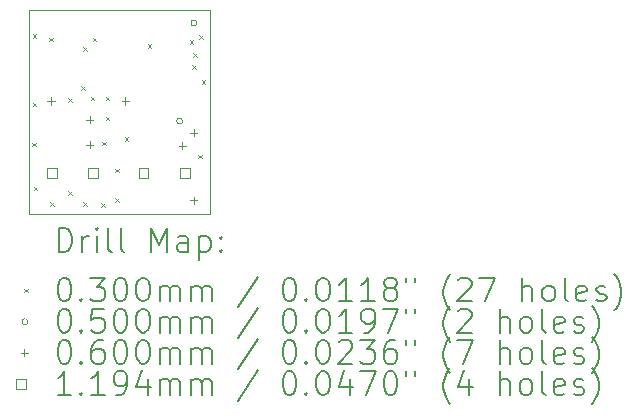
<source format=gbr>
%TF.GenerationSoftware,KiCad,Pcbnew,7.0.5-0*%
%TF.CreationDate,2023-12-12T08:18:19-05:00*%
%TF.ProjectId,12v5VBuck,31327635-5642-4756-936b-2e6b69636164,rev?*%
%TF.SameCoordinates,Original*%
%TF.FileFunction,Drillmap*%
%TF.FilePolarity,Positive*%
%FSLAX45Y45*%
G04 Gerber Fmt 4.5, Leading zero omitted, Abs format (unit mm)*
G04 Created by KiCad (PCBNEW 7.0.5-0) date 2023-12-12 08:18:19*
%MOMM*%
%LPD*%
G01*
G04 APERTURE LIST*
%ADD10C,0.100000*%
%ADD11C,0.200000*%
%ADD12C,0.030000*%
%ADD13C,0.050000*%
%ADD14C,0.060000*%
%ADD15C,0.119380*%
G04 APERTURE END LIST*
D10*
X5500000Y-1700000D02*
X7040000Y-1700000D01*
X7040000Y-3430000D01*
X5500000Y-3430000D01*
X5500000Y-1700000D01*
D11*
D12*
X5531285Y-2824782D02*
X5561285Y-2854782D01*
X5561285Y-2824782D02*
X5531285Y-2854782D01*
X5535000Y-1905000D02*
X5565000Y-1935000D01*
X5565000Y-1905000D02*
X5535000Y-1935000D01*
X5535000Y-2485000D02*
X5565000Y-2515000D01*
X5565000Y-2485000D02*
X5535000Y-2515000D01*
X5545000Y-3195000D02*
X5575000Y-3225000D01*
X5575000Y-3195000D02*
X5545000Y-3225000D01*
X5675000Y-1935000D02*
X5705000Y-1965000D01*
X5705000Y-1935000D02*
X5675000Y-1965000D01*
X5685000Y-3325000D02*
X5715000Y-3355000D01*
X5715000Y-3325000D02*
X5685000Y-3355000D01*
X5835000Y-2445000D02*
X5865000Y-2475000D01*
X5865000Y-2445000D02*
X5835000Y-2475000D01*
X5835000Y-3235000D02*
X5865000Y-3265000D01*
X5865000Y-3235000D02*
X5835000Y-3265000D01*
X5945000Y-2345000D02*
X5975000Y-2375000D01*
X5975000Y-2345000D02*
X5945000Y-2375000D01*
X5965000Y-2015000D02*
X5995000Y-2045000D01*
X5995000Y-2015000D02*
X5965000Y-2045000D01*
X5965000Y-3325000D02*
X5995000Y-3355000D01*
X5995000Y-3325000D02*
X5965000Y-3355000D01*
X6025000Y-2435000D02*
X6055000Y-2465000D01*
X6055000Y-2435000D02*
X6025000Y-2465000D01*
X6045000Y-1935000D02*
X6075000Y-1965000D01*
X6075000Y-1935000D02*
X6045000Y-1965000D01*
X6115000Y-3335000D02*
X6145000Y-3365000D01*
X6145000Y-3335000D02*
X6115000Y-3365000D01*
X6125000Y-2815000D02*
X6155000Y-2845000D01*
X6155000Y-2815000D02*
X6125000Y-2845000D01*
X6155000Y-2435000D02*
X6185000Y-2465000D01*
X6185000Y-2435000D02*
X6155000Y-2465000D01*
X6155000Y-2605000D02*
X6185000Y-2635000D01*
X6185000Y-2605000D02*
X6155000Y-2635000D01*
X6235000Y-3045000D02*
X6265000Y-3075000D01*
X6265000Y-3045000D02*
X6235000Y-3075000D01*
X6235000Y-3295000D02*
X6265000Y-3325000D01*
X6265000Y-3295000D02*
X6235000Y-3325000D01*
X6315000Y-2775000D02*
X6345000Y-2805000D01*
X6345000Y-2775000D02*
X6315000Y-2805000D01*
X6509000Y-1989000D02*
X6539000Y-2019000D01*
X6539000Y-1989000D02*
X6509000Y-2019000D01*
X6865000Y-1955000D02*
X6895000Y-1985000D01*
X6895000Y-1955000D02*
X6865000Y-1985000D01*
X6885000Y-2165000D02*
X6915000Y-2195000D01*
X6915000Y-2165000D02*
X6885000Y-2195000D01*
X6895000Y-2065000D02*
X6925000Y-2095000D01*
X6925000Y-2065000D02*
X6895000Y-2095000D01*
X6935000Y-2925000D02*
X6965000Y-2955000D01*
X6965000Y-2925000D02*
X6935000Y-2955000D01*
X6945000Y-1915000D02*
X6975000Y-1945000D01*
X6975000Y-1915000D02*
X6945000Y-1945000D01*
X6966031Y-2296031D02*
X6996031Y-2326031D01*
X6996031Y-2296031D02*
X6966031Y-2326031D01*
D13*
X6805000Y-2640000D02*
G75*
G03*
X6805000Y-2640000I-25000J0D01*
G01*
X6925000Y-1810000D02*
G75*
G03*
X6925000Y-1810000I-25000J0D01*
G01*
D14*
X5690000Y-2440000D02*
X5690000Y-2500000D01*
X5660000Y-2470000D02*
X5720000Y-2470000D01*
X6020000Y-2600000D02*
X6020000Y-2660000D01*
X5990000Y-2630000D02*
X6050000Y-2630000D01*
X6020000Y-2810000D02*
X6020000Y-2870000D01*
X5990000Y-2840000D02*
X6050000Y-2840000D01*
X6320000Y-2440000D02*
X6320000Y-2500000D01*
X6290000Y-2470000D02*
X6350000Y-2470000D01*
X6800000Y-2820000D02*
X6800000Y-2880000D01*
X6770000Y-2850000D02*
X6830000Y-2850000D01*
X6900000Y-2710000D02*
X6900000Y-2770000D01*
X6870000Y-2740000D02*
X6930000Y-2740000D01*
X6900000Y-3280000D02*
X6900000Y-3340000D01*
X6870000Y-3310000D02*
X6930000Y-3310000D01*
D15*
X5739707Y-3119708D02*
X5739707Y-3035292D01*
X5655292Y-3035292D01*
X5655292Y-3119708D01*
X5739707Y-3119708D01*
X6089708Y-3119708D02*
X6089708Y-3035292D01*
X6005292Y-3035292D01*
X6005292Y-3119708D01*
X6089708Y-3119708D01*
X6515707Y-3118708D02*
X6515707Y-3034292D01*
X6431292Y-3034292D01*
X6431292Y-3118708D01*
X6515707Y-3118708D01*
X6865708Y-3118708D02*
X6865708Y-3034292D01*
X6781292Y-3034292D01*
X6781292Y-3118708D01*
X6865708Y-3118708D01*
D11*
X5755777Y-3746484D02*
X5755777Y-3546484D01*
X5755777Y-3546484D02*
X5803396Y-3546484D01*
X5803396Y-3546484D02*
X5831967Y-3556008D01*
X5831967Y-3556008D02*
X5851015Y-3575055D01*
X5851015Y-3575055D02*
X5860539Y-3594103D01*
X5860539Y-3594103D02*
X5870062Y-3632198D01*
X5870062Y-3632198D02*
X5870062Y-3660769D01*
X5870062Y-3660769D02*
X5860539Y-3698865D01*
X5860539Y-3698865D02*
X5851015Y-3717912D01*
X5851015Y-3717912D02*
X5831967Y-3736960D01*
X5831967Y-3736960D02*
X5803396Y-3746484D01*
X5803396Y-3746484D02*
X5755777Y-3746484D01*
X5955777Y-3746484D02*
X5955777Y-3613150D01*
X5955777Y-3651246D02*
X5965301Y-3632198D01*
X5965301Y-3632198D02*
X5974824Y-3622674D01*
X5974824Y-3622674D02*
X5993872Y-3613150D01*
X5993872Y-3613150D02*
X6012920Y-3613150D01*
X6079586Y-3746484D02*
X6079586Y-3613150D01*
X6079586Y-3546484D02*
X6070062Y-3556008D01*
X6070062Y-3556008D02*
X6079586Y-3565531D01*
X6079586Y-3565531D02*
X6089110Y-3556008D01*
X6089110Y-3556008D02*
X6079586Y-3546484D01*
X6079586Y-3546484D02*
X6079586Y-3565531D01*
X6203396Y-3746484D02*
X6184348Y-3736960D01*
X6184348Y-3736960D02*
X6174824Y-3717912D01*
X6174824Y-3717912D02*
X6174824Y-3546484D01*
X6308158Y-3746484D02*
X6289110Y-3736960D01*
X6289110Y-3736960D02*
X6279586Y-3717912D01*
X6279586Y-3717912D02*
X6279586Y-3546484D01*
X6536729Y-3746484D02*
X6536729Y-3546484D01*
X6536729Y-3546484D02*
X6603396Y-3689341D01*
X6603396Y-3689341D02*
X6670062Y-3546484D01*
X6670062Y-3546484D02*
X6670062Y-3746484D01*
X6851015Y-3746484D02*
X6851015Y-3641722D01*
X6851015Y-3641722D02*
X6841491Y-3622674D01*
X6841491Y-3622674D02*
X6822443Y-3613150D01*
X6822443Y-3613150D02*
X6784348Y-3613150D01*
X6784348Y-3613150D02*
X6765301Y-3622674D01*
X6851015Y-3736960D02*
X6831967Y-3746484D01*
X6831967Y-3746484D02*
X6784348Y-3746484D01*
X6784348Y-3746484D02*
X6765301Y-3736960D01*
X6765301Y-3736960D02*
X6755777Y-3717912D01*
X6755777Y-3717912D02*
X6755777Y-3698865D01*
X6755777Y-3698865D02*
X6765301Y-3679817D01*
X6765301Y-3679817D02*
X6784348Y-3670293D01*
X6784348Y-3670293D02*
X6831967Y-3670293D01*
X6831967Y-3670293D02*
X6851015Y-3660769D01*
X6946253Y-3613150D02*
X6946253Y-3813150D01*
X6946253Y-3622674D02*
X6965301Y-3613150D01*
X6965301Y-3613150D02*
X7003396Y-3613150D01*
X7003396Y-3613150D02*
X7022443Y-3622674D01*
X7022443Y-3622674D02*
X7031967Y-3632198D01*
X7031967Y-3632198D02*
X7041491Y-3651246D01*
X7041491Y-3651246D02*
X7041491Y-3708388D01*
X7041491Y-3708388D02*
X7031967Y-3727436D01*
X7031967Y-3727436D02*
X7022443Y-3736960D01*
X7022443Y-3736960D02*
X7003396Y-3746484D01*
X7003396Y-3746484D02*
X6965301Y-3746484D01*
X6965301Y-3746484D02*
X6946253Y-3736960D01*
X7127205Y-3727436D02*
X7136729Y-3736960D01*
X7136729Y-3736960D02*
X7127205Y-3746484D01*
X7127205Y-3746484D02*
X7117682Y-3736960D01*
X7117682Y-3736960D02*
X7127205Y-3727436D01*
X7127205Y-3727436D02*
X7127205Y-3746484D01*
X7127205Y-3622674D02*
X7136729Y-3632198D01*
X7136729Y-3632198D02*
X7127205Y-3641722D01*
X7127205Y-3641722D02*
X7117682Y-3632198D01*
X7117682Y-3632198D02*
X7127205Y-3622674D01*
X7127205Y-3622674D02*
X7127205Y-3641722D01*
D12*
X5465000Y-4060000D02*
X5495000Y-4090000D01*
X5495000Y-4060000D02*
X5465000Y-4090000D01*
D11*
X5793872Y-3966484D02*
X5812920Y-3966484D01*
X5812920Y-3966484D02*
X5831967Y-3976008D01*
X5831967Y-3976008D02*
X5841491Y-3985531D01*
X5841491Y-3985531D02*
X5851015Y-4004579D01*
X5851015Y-4004579D02*
X5860539Y-4042674D01*
X5860539Y-4042674D02*
X5860539Y-4090293D01*
X5860539Y-4090293D02*
X5851015Y-4128388D01*
X5851015Y-4128388D02*
X5841491Y-4147436D01*
X5841491Y-4147436D02*
X5831967Y-4156960D01*
X5831967Y-4156960D02*
X5812920Y-4166484D01*
X5812920Y-4166484D02*
X5793872Y-4166484D01*
X5793872Y-4166484D02*
X5774824Y-4156960D01*
X5774824Y-4156960D02*
X5765301Y-4147436D01*
X5765301Y-4147436D02*
X5755777Y-4128388D01*
X5755777Y-4128388D02*
X5746253Y-4090293D01*
X5746253Y-4090293D02*
X5746253Y-4042674D01*
X5746253Y-4042674D02*
X5755777Y-4004579D01*
X5755777Y-4004579D02*
X5765301Y-3985531D01*
X5765301Y-3985531D02*
X5774824Y-3976008D01*
X5774824Y-3976008D02*
X5793872Y-3966484D01*
X5946253Y-4147436D02*
X5955777Y-4156960D01*
X5955777Y-4156960D02*
X5946253Y-4166484D01*
X5946253Y-4166484D02*
X5936729Y-4156960D01*
X5936729Y-4156960D02*
X5946253Y-4147436D01*
X5946253Y-4147436D02*
X5946253Y-4166484D01*
X6022443Y-3966484D02*
X6146253Y-3966484D01*
X6146253Y-3966484D02*
X6079586Y-4042674D01*
X6079586Y-4042674D02*
X6108158Y-4042674D01*
X6108158Y-4042674D02*
X6127205Y-4052198D01*
X6127205Y-4052198D02*
X6136729Y-4061722D01*
X6136729Y-4061722D02*
X6146253Y-4080769D01*
X6146253Y-4080769D02*
X6146253Y-4128388D01*
X6146253Y-4128388D02*
X6136729Y-4147436D01*
X6136729Y-4147436D02*
X6127205Y-4156960D01*
X6127205Y-4156960D02*
X6108158Y-4166484D01*
X6108158Y-4166484D02*
X6051015Y-4166484D01*
X6051015Y-4166484D02*
X6031967Y-4156960D01*
X6031967Y-4156960D02*
X6022443Y-4147436D01*
X6270062Y-3966484D02*
X6289110Y-3966484D01*
X6289110Y-3966484D02*
X6308158Y-3976008D01*
X6308158Y-3976008D02*
X6317682Y-3985531D01*
X6317682Y-3985531D02*
X6327205Y-4004579D01*
X6327205Y-4004579D02*
X6336729Y-4042674D01*
X6336729Y-4042674D02*
X6336729Y-4090293D01*
X6336729Y-4090293D02*
X6327205Y-4128388D01*
X6327205Y-4128388D02*
X6317682Y-4147436D01*
X6317682Y-4147436D02*
X6308158Y-4156960D01*
X6308158Y-4156960D02*
X6289110Y-4166484D01*
X6289110Y-4166484D02*
X6270062Y-4166484D01*
X6270062Y-4166484D02*
X6251015Y-4156960D01*
X6251015Y-4156960D02*
X6241491Y-4147436D01*
X6241491Y-4147436D02*
X6231967Y-4128388D01*
X6231967Y-4128388D02*
X6222443Y-4090293D01*
X6222443Y-4090293D02*
X6222443Y-4042674D01*
X6222443Y-4042674D02*
X6231967Y-4004579D01*
X6231967Y-4004579D02*
X6241491Y-3985531D01*
X6241491Y-3985531D02*
X6251015Y-3976008D01*
X6251015Y-3976008D02*
X6270062Y-3966484D01*
X6460539Y-3966484D02*
X6479586Y-3966484D01*
X6479586Y-3966484D02*
X6498634Y-3976008D01*
X6498634Y-3976008D02*
X6508158Y-3985531D01*
X6508158Y-3985531D02*
X6517682Y-4004579D01*
X6517682Y-4004579D02*
X6527205Y-4042674D01*
X6527205Y-4042674D02*
X6527205Y-4090293D01*
X6527205Y-4090293D02*
X6517682Y-4128388D01*
X6517682Y-4128388D02*
X6508158Y-4147436D01*
X6508158Y-4147436D02*
X6498634Y-4156960D01*
X6498634Y-4156960D02*
X6479586Y-4166484D01*
X6479586Y-4166484D02*
X6460539Y-4166484D01*
X6460539Y-4166484D02*
X6441491Y-4156960D01*
X6441491Y-4156960D02*
X6431967Y-4147436D01*
X6431967Y-4147436D02*
X6422443Y-4128388D01*
X6422443Y-4128388D02*
X6412920Y-4090293D01*
X6412920Y-4090293D02*
X6412920Y-4042674D01*
X6412920Y-4042674D02*
X6422443Y-4004579D01*
X6422443Y-4004579D02*
X6431967Y-3985531D01*
X6431967Y-3985531D02*
X6441491Y-3976008D01*
X6441491Y-3976008D02*
X6460539Y-3966484D01*
X6612920Y-4166484D02*
X6612920Y-4033150D01*
X6612920Y-4052198D02*
X6622443Y-4042674D01*
X6622443Y-4042674D02*
X6641491Y-4033150D01*
X6641491Y-4033150D02*
X6670063Y-4033150D01*
X6670063Y-4033150D02*
X6689110Y-4042674D01*
X6689110Y-4042674D02*
X6698634Y-4061722D01*
X6698634Y-4061722D02*
X6698634Y-4166484D01*
X6698634Y-4061722D02*
X6708158Y-4042674D01*
X6708158Y-4042674D02*
X6727205Y-4033150D01*
X6727205Y-4033150D02*
X6755777Y-4033150D01*
X6755777Y-4033150D02*
X6774824Y-4042674D01*
X6774824Y-4042674D02*
X6784348Y-4061722D01*
X6784348Y-4061722D02*
X6784348Y-4166484D01*
X6879586Y-4166484D02*
X6879586Y-4033150D01*
X6879586Y-4052198D02*
X6889110Y-4042674D01*
X6889110Y-4042674D02*
X6908158Y-4033150D01*
X6908158Y-4033150D02*
X6936729Y-4033150D01*
X6936729Y-4033150D02*
X6955777Y-4042674D01*
X6955777Y-4042674D02*
X6965301Y-4061722D01*
X6965301Y-4061722D02*
X6965301Y-4166484D01*
X6965301Y-4061722D02*
X6974824Y-4042674D01*
X6974824Y-4042674D02*
X6993872Y-4033150D01*
X6993872Y-4033150D02*
X7022443Y-4033150D01*
X7022443Y-4033150D02*
X7041491Y-4042674D01*
X7041491Y-4042674D02*
X7051015Y-4061722D01*
X7051015Y-4061722D02*
X7051015Y-4166484D01*
X7441491Y-3956960D02*
X7270063Y-4214103D01*
X7698634Y-3966484D02*
X7717682Y-3966484D01*
X7717682Y-3966484D02*
X7736729Y-3976008D01*
X7736729Y-3976008D02*
X7746253Y-3985531D01*
X7746253Y-3985531D02*
X7755777Y-4004579D01*
X7755777Y-4004579D02*
X7765301Y-4042674D01*
X7765301Y-4042674D02*
X7765301Y-4090293D01*
X7765301Y-4090293D02*
X7755777Y-4128388D01*
X7755777Y-4128388D02*
X7746253Y-4147436D01*
X7746253Y-4147436D02*
X7736729Y-4156960D01*
X7736729Y-4156960D02*
X7717682Y-4166484D01*
X7717682Y-4166484D02*
X7698634Y-4166484D01*
X7698634Y-4166484D02*
X7679586Y-4156960D01*
X7679586Y-4156960D02*
X7670063Y-4147436D01*
X7670063Y-4147436D02*
X7660539Y-4128388D01*
X7660539Y-4128388D02*
X7651015Y-4090293D01*
X7651015Y-4090293D02*
X7651015Y-4042674D01*
X7651015Y-4042674D02*
X7660539Y-4004579D01*
X7660539Y-4004579D02*
X7670063Y-3985531D01*
X7670063Y-3985531D02*
X7679586Y-3976008D01*
X7679586Y-3976008D02*
X7698634Y-3966484D01*
X7851015Y-4147436D02*
X7860539Y-4156960D01*
X7860539Y-4156960D02*
X7851015Y-4166484D01*
X7851015Y-4166484D02*
X7841491Y-4156960D01*
X7841491Y-4156960D02*
X7851015Y-4147436D01*
X7851015Y-4147436D02*
X7851015Y-4166484D01*
X7984348Y-3966484D02*
X8003396Y-3966484D01*
X8003396Y-3966484D02*
X8022444Y-3976008D01*
X8022444Y-3976008D02*
X8031967Y-3985531D01*
X8031967Y-3985531D02*
X8041491Y-4004579D01*
X8041491Y-4004579D02*
X8051015Y-4042674D01*
X8051015Y-4042674D02*
X8051015Y-4090293D01*
X8051015Y-4090293D02*
X8041491Y-4128388D01*
X8041491Y-4128388D02*
X8031967Y-4147436D01*
X8031967Y-4147436D02*
X8022444Y-4156960D01*
X8022444Y-4156960D02*
X8003396Y-4166484D01*
X8003396Y-4166484D02*
X7984348Y-4166484D01*
X7984348Y-4166484D02*
X7965301Y-4156960D01*
X7965301Y-4156960D02*
X7955777Y-4147436D01*
X7955777Y-4147436D02*
X7946253Y-4128388D01*
X7946253Y-4128388D02*
X7936729Y-4090293D01*
X7936729Y-4090293D02*
X7936729Y-4042674D01*
X7936729Y-4042674D02*
X7946253Y-4004579D01*
X7946253Y-4004579D02*
X7955777Y-3985531D01*
X7955777Y-3985531D02*
X7965301Y-3976008D01*
X7965301Y-3976008D02*
X7984348Y-3966484D01*
X8241491Y-4166484D02*
X8127206Y-4166484D01*
X8184348Y-4166484D02*
X8184348Y-3966484D01*
X8184348Y-3966484D02*
X8165301Y-3995055D01*
X8165301Y-3995055D02*
X8146253Y-4014103D01*
X8146253Y-4014103D02*
X8127206Y-4023627D01*
X8431968Y-4166484D02*
X8317682Y-4166484D01*
X8374825Y-4166484D02*
X8374825Y-3966484D01*
X8374825Y-3966484D02*
X8355777Y-3995055D01*
X8355777Y-3995055D02*
X8336729Y-4014103D01*
X8336729Y-4014103D02*
X8317682Y-4023627D01*
X8546253Y-4052198D02*
X8527206Y-4042674D01*
X8527206Y-4042674D02*
X8517682Y-4033150D01*
X8517682Y-4033150D02*
X8508158Y-4014103D01*
X8508158Y-4014103D02*
X8508158Y-4004579D01*
X8508158Y-4004579D02*
X8517682Y-3985531D01*
X8517682Y-3985531D02*
X8527206Y-3976008D01*
X8527206Y-3976008D02*
X8546253Y-3966484D01*
X8546253Y-3966484D02*
X8584349Y-3966484D01*
X8584349Y-3966484D02*
X8603396Y-3976008D01*
X8603396Y-3976008D02*
X8612920Y-3985531D01*
X8612920Y-3985531D02*
X8622444Y-4004579D01*
X8622444Y-4004579D02*
X8622444Y-4014103D01*
X8622444Y-4014103D02*
X8612920Y-4033150D01*
X8612920Y-4033150D02*
X8603396Y-4042674D01*
X8603396Y-4042674D02*
X8584349Y-4052198D01*
X8584349Y-4052198D02*
X8546253Y-4052198D01*
X8546253Y-4052198D02*
X8527206Y-4061722D01*
X8527206Y-4061722D02*
X8517682Y-4071246D01*
X8517682Y-4071246D02*
X8508158Y-4090293D01*
X8508158Y-4090293D02*
X8508158Y-4128388D01*
X8508158Y-4128388D02*
X8517682Y-4147436D01*
X8517682Y-4147436D02*
X8527206Y-4156960D01*
X8527206Y-4156960D02*
X8546253Y-4166484D01*
X8546253Y-4166484D02*
X8584349Y-4166484D01*
X8584349Y-4166484D02*
X8603396Y-4156960D01*
X8603396Y-4156960D02*
X8612920Y-4147436D01*
X8612920Y-4147436D02*
X8622444Y-4128388D01*
X8622444Y-4128388D02*
X8622444Y-4090293D01*
X8622444Y-4090293D02*
X8612920Y-4071246D01*
X8612920Y-4071246D02*
X8603396Y-4061722D01*
X8603396Y-4061722D02*
X8584349Y-4052198D01*
X8698634Y-3966484D02*
X8698634Y-4004579D01*
X8774825Y-3966484D02*
X8774825Y-4004579D01*
X9070063Y-4242674D02*
X9060539Y-4233150D01*
X9060539Y-4233150D02*
X9041491Y-4204579D01*
X9041491Y-4204579D02*
X9031968Y-4185531D01*
X9031968Y-4185531D02*
X9022444Y-4156960D01*
X9022444Y-4156960D02*
X9012920Y-4109341D01*
X9012920Y-4109341D02*
X9012920Y-4071246D01*
X9012920Y-4071246D02*
X9022444Y-4023627D01*
X9022444Y-4023627D02*
X9031968Y-3995055D01*
X9031968Y-3995055D02*
X9041491Y-3976008D01*
X9041491Y-3976008D02*
X9060539Y-3947436D01*
X9060539Y-3947436D02*
X9070063Y-3937912D01*
X9136730Y-3985531D02*
X9146253Y-3976008D01*
X9146253Y-3976008D02*
X9165301Y-3966484D01*
X9165301Y-3966484D02*
X9212920Y-3966484D01*
X9212920Y-3966484D02*
X9231968Y-3976008D01*
X9231968Y-3976008D02*
X9241491Y-3985531D01*
X9241491Y-3985531D02*
X9251015Y-4004579D01*
X9251015Y-4004579D02*
X9251015Y-4023627D01*
X9251015Y-4023627D02*
X9241491Y-4052198D01*
X9241491Y-4052198D02*
X9127206Y-4166484D01*
X9127206Y-4166484D02*
X9251015Y-4166484D01*
X9317682Y-3966484D02*
X9451015Y-3966484D01*
X9451015Y-3966484D02*
X9365301Y-4166484D01*
X9679587Y-4166484D02*
X9679587Y-3966484D01*
X9765301Y-4166484D02*
X9765301Y-4061722D01*
X9765301Y-4061722D02*
X9755777Y-4042674D01*
X9755777Y-4042674D02*
X9736730Y-4033150D01*
X9736730Y-4033150D02*
X9708158Y-4033150D01*
X9708158Y-4033150D02*
X9689111Y-4042674D01*
X9689111Y-4042674D02*
X9679587Y-4052198D01*
X9889111Y-4166484D02*
X9870063Y-4156960D01*
X9870063Y-4156960D02*
X9860539Y-4147436D01*
X9860539Y-4147436D02*
X9851015Y-4128388D01*
X9851015Y-4128388D02*
X9851015Y-4071246D01*
X9851015Y-4071246D02*
X9860539Y-4052198D01*
X9860539Y-4052198D02*
X9870063Y-4042674D01*
X9870063Y-4042674D02*
X9889111Y-4033150D01*
X9889111Y-4033150D02*
X9917682Y-4033150D01*
X9917682Y-4033150D02*
X9936730Y-4042674D01*
X9936730Y-4042674D02*
X9946253Y-4052198D01*
X9946253Y-4052198D02*
X9955777Y-4071246D01*
X9955777Y-4071246D02*
X9955777Y-4128388D01*
X9955777Y-4128388D02*
X9946253Y-4147436D01*
X9946253Y-4147436D02*
X9936730Y-4156960D01*
X9936730Y-4156960D02*
X9917682Y-4166484D01*
X9917682Y-4166484D02*
X9889111Y-4166484D01*
X10070063Y-4166484D02*
X10051015Y-4156960D01*
X10051015Y-4156960D02*
X10041492Y-4137912D01*
X10041492Y-4137912D02*
X10041492Y-3966484D01*
X10222444Y-4156960D02*
X10203396Y-4166484D01*
X10203396Y-4166484D02*
X10165301Y-4166484D01*
X10165301Y-4166484D02*
X10146253Y-4156960D01*
X10146253Y-4156960D02*
X10136730Y-4137912D01*
X10136730Y-4137912D02*
X10136730Y-4061722D01*
X10136730Y-4061722D02*
X10146253Y-4042674D01*
X10146253Y-4042674D02*
X10165301Y-4033150D01*
X10165301Y-4033150D02*
X10203396Y-4033150D01*
X10203396Y-4033150D02*
X10222444Y-4042674D01*
X10222444Y-4042674D02*
X10231968Y-4061722D01*
X10231968Y-4061722D02*
X10231968Y-4080769D01*
X10231968Y-4080769D02*
X10136730Y-4099817D01*
X10308158Y-4156960D02*
X10327206Y-4166484D01*
X10327206Y-4166484D02*
X10365301Y-4166484D01*
X10365301Y-4166484D02*
X10384349Y-4156960D01*
X10384349Y-4156960D02*
X10393873Y-4137912D01*
X10393873Y-4137912D02*
X10393873Y-4128388D01*
X10393873Y-4128388D02*
X10384349Y-4109341D01*
X10384349Y-4109341D02*
X10365301Y-4099817D01*
X10365301Y-4099817D02*
X10336730Y-4099817D01*
X10336730Y-4099817D02*
X10317682Y-4090293D01*
X10317682Y-4090293D02*
X10308158Y-4071246D01*
X10308158Y-4071246D02*
X10308158Y-4061722D01*
X10308158Y-4061722D02*
X10317682Y-4042674D01*
X10317682Y-4042674D02*
X10336730Y-4033150D01*
X10336730Y-4033150D02*
X10365301Y-4033150D01*
X10365301Y-4033150D02*
X10384349Y-4042674D01*
X10460539Y-4242674D02*
X10470063Y-4233150D01*
X10470063Y-4233150D02*
X10489111Y-4204579D01*
X10489111Y-4204579D02*
X10498634Y-4185531D01*
X10498634Y-4185531D02*
X10508158Y-4156960D01*
X10508158Y-4156960D02*
X10517682Y-4109341D01*
X10517682Y-4109341D02*
X10517682Y-4071246D01*
X10517682Y-4071246D02*
X10508158Y-4023627D01*
X10508158Y-4023627D02*
X10498634Y-3995055D01*
X10498634Y-3995055D02*
X10489111Y-3976008D01*
X10489111Y-3976008D02*
X10470063Y-3947436D01*
X10470063Y-3947436D02*
X10460539Y-3937912D01*
D13*
X5495000Y-4339000D02*
G75*
G03*
X5495000Y-4339000I-25000J0D01*
G01*
D11*
X5793872Y-4230484D02*
X5812920Y-4230484D01*
X5812920Y-4230484D02*
X5831967Y-4240008D01*
X5831967Y-4240008D02*
X5841491Y-4249531D01*
X5841491Y-4249531D02*
X5851015Y-4268579D01*
X5851015Y-4268579D02*
X5860539Y-4306674D01*
X5860539Y-4306674D02*
X5860539Y-4354293D01*
X5860539Y-4354293D02*
X5851015Y-4392389D01*
X5851015Y-4392389D02*
X5841491Y-4411436D01*
X5841491Y-4411436D02*
X5831967Y-4420960D01*
X5831967Y-4420960D02*
X5812920Y-4430484D01*
X5812920Y-4430484D02*
X5793872Y-4430484D01*
X5793872Y-4430484D02*
X5774824Y-4420960D01*
X5774824Y-4420960D02*
X5765301Y-4411436D01*
X5765301Y-4411436D02*
X5755777Y-4392389D01*
X5755777Y-4392389D02*
X5746253Y-4354293D01*
X5746253Y-4354293D02*
X5746253Y-4306674D01*
X5746253Y-4306674D02*
X5755777Y-4268579D01*
X5755777Y-4268579D02*
X5765301Y-4249531D01*
X5765301Y-4249531D02*
X5774824Y-4240008D01*
X5774824Y-4240008D02*
X5793872Y-4230484D01*
X5946253Y-4411436D02*
X5955777Y-4420960D01*
X5955777Y-4420960D02*
X5946253Y-4430484D01*
X5946253Y-4430484D02*
X5936729Y-4420960D01*
X5936729Y-4420960D02*
X5946253Y-4411436D01*
X5946253Y-4411436D02*
X5946253Y-4430484D01*
X6136729Y-4230484D02*
X6041491Y-4230484D01*
X6041491Y-4230484D02*
X6031967Y-4325722D01*
X6031967Y-4325722D02*
X6041491Y-4316198D01*
X6041491Y-4316198D02*
X6060539Y-4306674D01*
X6060539Y-4306674D02*
X6108158Y-4306674D01*
X6108158Y-4306674D02*
X6127205Y-4316198D01*
X6127205Y-4316198D02*
X6136729Y-4325722D01*
X6136729Y-4325722D02*
X6146253Y-4344770D01*
X6146253Y-4344770D02*
X6146253Y-4392389D01*
X6146253Y-4392389D02*
X6136729Y-4411436D01*
X6136729Y-4411436D02*
X6127205Y-4420960D01*
X6127205Y-4420960D02*
X6108158Y-4430484D01*
X6108158Y-4430484D02*
X6060539Y-4430484D01*
X6060539Y-4430484D02*
X6041491Y-4420960D01*
X6041491Y-4420960D02*
X6031967Y-4411436D01*
X6270062Y-4230484D02*
X6289110Y-4230484D01*
X6289110Y-4230484D02*
X6308158Y-4240008D01*
X6308158Y-4240008D02*
X6317682Y-4249531D01*
X6317682Y-4249531D02*
X6327205Y-4268579D01*
X6327205Y-4268579D02*
X6336729Y-4306674D01*
X6336729Y-4306674D02*
X6336729Y-4354293D01*
X6336729Y-4354293D02*
X6327205Y-4392389D01*
X6327205Y-4392389D02*
X6317682Y-4411436D01*
X6317682Y-4411436D02*
X6308158Y-4420960D01*
X6308158Y-4420960D02*
X6289110Y-4430484D01*
X6289110Y-4430484D02*
X6270062Y-4430484D01*
X6270062Y-4430484D02*
X6251015Y-4420960D01*
X6251015Y-4420960D02*
X6241491Y-4411436D01*
X6241491Y-4411436D02*
X6231967Y-4392389D01*
X6231967Y-4392389D02*
X6222443Y-4354293D01*
X6222443Y-4354293D02*
X6222443Y-4306674D01*
X6222443Y-4306674D02*
X6231967Y-4268579D01*
X6231967Y-4268579D02*
X6241491Y-4249531D01*
X6241491Y-4249531D02*
X6251015Y-4240008D01*
X6251015Y-4240008D02*
X6270062Y-4230484D01*
X6460539Y-4230484D02*
X6479586Y-4230484D01*
X6479586Y-4230484D02*
X6498634Y-4240008D01*
X6498634Y-4240008D02*
X6508158Y-4249531D01*
X6508158Y-4249531D02*
X6517682Y-4268579D01*
X6517682Y-4268579D02*
X6527205Y-4306674D01*
X6527205Y-4306674D02*
X6527205Y-4354293D01*
X6527205Y-4354293D02*
X6517682Y-4392389D01*
X6517682Y-4392389D02*
X6508158Y-4411436D01*
X6508158Y-4411436D02*
X6498634Y-4420960D01*
X6498634Y-4420960D02*
X6479586Y-4430484D01*
X6479586Y-4430484D02*
X6460539Y-4430484D01*
X6460539Y-4430484D02*
X6441491Y-4420960D01*
X6441491Y-4420960D02*
X6431967Y-4411436D01*
X6431967Y-4411436D02*
X6422443Y-4392389D01*
X6422443Y-4392389D02*
X6412920Y-4354293D01*
X6412920Y-4354293D02*
X6412920Y-4306674D01*
X6412920Y-4306674D02*
X6422443Y-4268579D01*
X6422443Y-4268579D02*
X6431967Y-4249531D01*
X6431967Y-4249531D02*
X6441491Y-4240008D01*
X6441491Y-4240008D02*
X6460539Y-4230484D01*
X6612920Y-4430484D02*
X6612920Y-4297150D01*
X6612920Y-4316198D02*
X6622443Y-4306674D01*
X6622443Y-4306674D02*
X6641491Y-4297150D01*
X6641491Y-4297150D02*
X6670063Y-4297150D01*
X6670063Y-4297150D02*
X6689110Y-4306674D01*
X6689110Y-4306674D02*
X6698634Y-4325722D01*
X6698634Y-4325722D02*
X6698634Y-4430484D01*
X6698634Y-4325722D02*
X6708158Y-4306674D01*
X6708158Y-4306674D02*
X6727205Y-4297150D01*
X6727205Y-4297150D02*
X6755777Y-4297150D01*
X6755777Y-4297150D02*
X6774824Y-4306674D01*
X6774824Y-4306674D02*
X6784348Y-4325722D01*
X6784348Y-4325722D02*
X6784348Y-4430484D01*
X6879586Y-4430484D02*
X6879586Y-4297150D01*
X6879586Y-4316198D02*
X6889110Y-4306674D01*
X6889110Y-4306674D02*
X6908158Y-4297150D01*
X6908158Y-4297150D02*
X6936729Y-4297150D01*
X6936729Y-4297150D02*
X6955777Y-4306674D01*
X6955777Y-4306674D02*
X6965301Y-4325722D01*
X6965301Y-4325722D02*
X6965301Y-4430484D01*
X6965301Y-4325722D02*
X6974824Y-4306674D01*
X6974824Y-4306674D02*
X6993872Y-4297150D01*
X6993872Y-4297150D02*
X7022443Y-4297150D01*
X7022443Y-4297150D02*
X7041491Y-4306674D01*
X7041491Y-4306674D02*
X7051015Y-4325722D01*
X7051015Y-4325722D02*
X7051015Y-4430484D01*
X7441491Y-4220960D02*
X7270063Y-4478103D01*
X7698634Y-4230484D02*
X7717682Y-4230484D01*
X7717682Y-4230484D02*
X7736729Y-4240008D01*
X7736729Y-4240008D02*
X7746253Y-4249531D01*
X7746253Y-4249531D02*
X7755777Y-4268579D01*
X7755777Y-4268579D02*
X7765301Y-4306674D01*
X7765301Y-4306674D02*
X7765301Y-4354293D01*
X7765301Y-4354293D02*
X7755777Y-4392389D01*
X7755777Y-4392389D02*
X7746253Y-4411436D01*
X7746253Y-4411436D02*
X7736729Y-4420960D01*
X7736729Y-4420960D02*
X7717682Y-4430484D01*
X7717682Y-4430484D02*
X7698634Y-4430484D01*
X7698634Y-4430484D02*
X7679586Y-4420960D01*
X7679586Y-4420960D02*
X7670063Y-4411436D01*
X7670063Y-4411436D02*
X7660539Y-4392389D01*
X7660539Y-4392389D02*
X7651015Y-4354293D01*
X7651015Y-4354293D02*
X7651015Y-4306674D01*
X7651015Y-4306674D02*
X7660539Y-4268579D01*
X7660539Y-4268579D02*
X7670063Y-4249531D01*
X7670063Y-4249531D02*
X7679586Y-4240008D01*
X7679586Y-4240008D02*
X7698634Y-4230484D01*
X7851015Y-4411436D02*
X7860539Y-4420960D01*
X7860539Y-4420960D02*
X7851015Y-4430484D01*
X7851015Y-4430484D02*
X7841491Y-4420960D01*
X7841491Y-4420960D02*
X7851015Y-4411436D01*
X7851015Y-4411436D02*
X7851015Y-4430484D01*
X7984348Y-4230484D02*
X8003396Y-4230484D01*
X8003396Y-4230484D02*
X8022444Y-4240008D01*
X8022444Y-4240008D02*
X8031967Y-4249531D01*
X8031967Y-4249531D02*
X8041491Y-4268579D01*
X8041491Y-4268579D02*
X8051015Y-4306674D01*
X8051015Y-4306674D02*
X8051015Y-4354293D01*
X8051015Y-4354293D02*
X8041491Y-4392389D01*
X8041491Y-4392389D02*
X8031967Y-4411436D01*
X8031967Y-4411436D02*
X8022444Y-4420960D01*
X8022444Y-4420960D02*
X8003396Y-4430484D01*
X8003396Y-4430484D02*
X7984348Y-4430484D01*
X7984348Y-4430484D02*
X7965301Y-4420960D01*
X7965301Y-4420960D02*
X7955777Y-4411436D01*
X7955777Y-4411436D02*
X7946253Y-4392389D01*
X7946253Y-4392389D02*
X7936729Y-4354293D01*
X7936729Y-4354293D02*
X7936729Y-4306674D01*
X7936729Y-4306674D02*
X7946253Y-4268579D01*
X7946253Y-4268579D02*
X7955777Y-4249531D01*
X7955777Y-4249531D02*
X7965301Y-4240008D01*
X7965301Y-4240008D02*
X7984348Y-4230484D01*
X8241491Y-4430484D02*
X8127206Y-4430484D01*
X8184348Y-4430484D02*
X8184348Y-4230484D01*
X8184348Y-4230484D02*
X8165301Y-4259055D01*
X8165301Y-4259055D02*
X8146253Y-4278103D01*
X8146253Y-4278103D02*
X8127206Y-4287627D01*
X8336729Y-4430484D02*
X8374825Y-4430484D01*
X8374825Y-4430484D02*
X8393872Y-4420960D01*
X8393872Y-4420960D02*
X8403396Y-4411436D01*
X8403396Y-4411436D02*
X8422444Y-4382865D01*
X8422444Y-4382865D02*
X8431968Y-4344770D01*
X8431968Y-4344770D02*
X8431968Y-4268579D01*
X8431968Y-4268579D02*
X8422444Y-4249531D01*
X8422444Y-4249531D02*
X8412920Y-4240008D01*
X8412920Y-4240008D02*
X8393872Y-4230484D01*
X8393872Y-4230484D02*
X8355777Y-4230484D01*
X8355777Y-4230484D02*
X8336729Y-4240008D01*
X8336729Y-4240008D02*
X8327206Y-4249531D01*
X8327206Y-4249531D02*
X8317682Y-4268579D01*
X8317682Y-4268579D02*
X8317682Y-4316198D01*
X8317682Y-4316198D02*
X8327206Y-4335246D01*
X8327206Y-4335246D02*
X8336729Y-4344770D01*
X8336729Y-4344770D02*
X8355777Y-4354293D01*
X8355777Y-4354293D02*
X8393872Y-4354293D01*
X8393872Y-4354293D02*
X8412920Y-4344770D01*
X8412920Y-4344770D02*
X8422444Y-4335246D01*
X8422444Y-4335246D02*
X8431968Y-4316198D01*
X8498634Y-4230484D02*
X8631968Y-4230484D01*
X8631968Y-4230484D02*
X8546253Y-4430484D01*
X8698634Y-4230484D02*
X8698634Y-4268579D01*
X8774825Y-4230484D02*
X8774825Y-4268579D01*
X9070063Y-4506674D02*
X9060539Y-4497150D01*
X9060539Y-4497150D02*
X9041491Y-4468579D01*
X9041491Y-4468579D02*
X9031968Y-4449531D01*
X9031968Y-4449531D02*
X9022444Y-4420960D01*
X9022444Y-4420960D02*
X9012920Y-4373341D01*
X9012920Y-4373341D02*
X9012920Y-4335246D01*
X9012920Y-4335246D02*
X9022444Y-4287627D01*
X9022444Y-4287627D02*
X9031968Y-4259055D01*
X9031968Y-4259055D02*
X9041491Y-4240008D01*
X9041491Y-4240008D02*
X9060539Y-4211436D01*
X9060539Y-4211436D02*
X9070063Y-4201912D01*
X9136730Y-4249531D02*
X9146253Y-4240008D01*
X9146253Y-4240008D02*
X9165301Y-4230484D01*
X9165301Y-4230484D02*
X9212920Y-4230484D01*
X9212920Y-4230484D02*
X9231968Y-4240008D01*
X9231968Y-4240008D02*
X9241491Y-4249531D01*
X9241491Y-4249531D02*
X9251015Y-4268579D01*
X9251015Y-4268579D02*
X9251015Y-4287627D01*
X9251015Y-4287627D02*
X9241491Y-4316198D01*
X9241491Y-4316198D02*
X9127206Y-4430484D01*
X9127206Y-4430484D02*
X9251015Y-4430484D01*
X9489111Y-4430484D02*
X9489111Y-4230484D01*
X9574825Y-4430484D02*
X9574825Y-4325722D01*
X9574825Y-4325722D02*
X9565301Y-4306674D01*
X9565301Y-4306674D02*
X9546253Y-4297150D01*
X9546253Y-4297150D02*
X9517682Y-4297150D01*
X9517682Y-4297150D02*
X9498634Y-4306674D01*
X9498634Y-4306674D02*
X9489111Y-4316198D01*
X9698634Y-4430484D02*
X9679587Y-4420960D01*
X9679587Y-4420960D02*
X9670063Y-4411436D01*
X9670063Y-4411436D02*
X9660539Y-4392389D01*
X9660539Y-4392389D02*
X9660539Y-4335246D01*
X9660539Y-4335246D02*
X9670063Y-4316198D01*
X9670063Y-4316198D02*
X9679587Y-4306674D01*
X9679587Y-4306674D02*
X9698634Y-4297150D01*
X9698634Y-4297150D02*
X9727206Y-4297150D01*
X9727206Y-4297150D02*
X9746253Y-4306674D01*
X9746253Y-4306674D02*
X9755777Y-4316198D01*
X9755777Y-4316198D02*
X9765301Y-4335246D01*
X9765301Y-4335246D02*
X9765301Y-4392389D01*
X9765301Y-4392389D02*
X9755777Y-4411436D01*
X9755777Y-4411436D02*
X9746253Y-4420960D01*
X9746253Y-4420960D02*
X9727206Y-4430484D01*
X9727206Y-4430484D02*
X9698634Y-4430484D01*
X9879587Y-4430484D02*
X9860539Y-4420960D01*
X9860539Y-4420960D02*
X9851015Y-4401912D01*
X9851015Y-4401912D02*
X9851015Y-4230484D01*
X10031968Y-4420960D02*
X10012920Y-4430484D01*
X10012920Y-4430484D02*
X9974825Y-4430484D01*
X9974825Y-4430484D02*
X9955777Y-4420960D01*
X9955777Y-4420960D02*
X9946253Y-4401912D01*
X9946253Y-4401912D02*
X9946253Y-4325722D01*
X9946253Y-4325722D02*
X9955777Y-4306674D01*
X9955777Y-4306674D02*
X9974825Y-4297150D01*
X9974825Y-4297150D02*
X10012920Y-4297150D01*
X10012920Y-4297150D02*
X10031968Y-4306674D01*
X10031968Y-4306674D02*
X10041492Y-4325722D01*
X10041492Y-4325722D02*
X10041492Y-4344770D01*
X10041492Y-4344770D02*
X9946253Y-4363817D01*
X10117682Y-4420960D02*
X10136730Y-4430484D01*
X10136730Y-4430484D02*
X10174825Y-4430484D01*
X10174825Y-4430484D02*
X10193873Y-4420960D01*
X10193873Y-4420960D02*
X10203396Y-4401912D01*
X10203396Y-4401912D02*
X10203396Y-4392389D01*
X10203396Y-4392389D02*
X10193873Y-4373341D01*
X10193873Y-4373341D02*
X10174825Y-4363817D01*
X10174825Y-4363817D02*
X10146253Y-4363817D01*
X10146253Y-4363817D02*
X10127206Y-4354293D01*
X10127206Y-4354293D02*
X10117682Y-4335246D01*
X10117682Y-4335246D02*
X10117682Y-4325722D01*
X10117682Y-4325722D02*
X10127206Y-4306674D01*
X10127206Y-4306674D02*
X10146253Y-4297150D01*
X10146253Y-4297150D02*
X10174825Y-4297150D01*
X10174825Y-4297150D02*
X10193873Y-4306674D01*
X10270063Y-4506674D02*
X10279587Y-4497150D01*
X10279587Y-4497150D02*
X10298634Y-4468579D01*
X10298634Y-4468579D02*
X10308158Y-4449531D01*
X10308158Y-4449531D02*
X10317682Y-4420960D01*
X10317682Y-4420960D02*
X10327206Y-4373341D01*
X10327206Y-4373341D02*
X10327206Y-4335246D01*
X10327206Y-4335246D02*
X10317682Y-4287627D01*
X10317682Y-4287627D02*
X10308158Y-4259055D01*
X10308158Y-4259055D02*
X10298634Y-4240008D01*
X10298634Y-4240008D02*
X10279587Y-4211436D01*
X10279587Y-4211436D02*
X10270063Y-4201912D01*
D14*
X5465000Y-4573000D02*
X5465000Y-4633000D01*
X5435000Y-4603000D02*
X5495000Y-4603000D01*
D11*
X5793872Y-4494484D02*
X5812920Y-4494484D01*
X5812920Y-4494484D02*
X5831967Y-4504008D01*
X5831967Y-4504008D02*
X5841491Y-4513531D01*
X5841491Y-4513531D02*
X5851015Y-4532579D01*
X5851015Y-4532579D02*
X5860539Y-4570674D01*
X5860539Y-4570674D02*
X5860539Y-4618293D01*
X5860539Y-4618293D02*
X5851015Y-4656389D01*
X5851015Y-4656389D02*
X5841491Y-4675436D01*
X5841491Y-4675436D02*
X5831967Y-4684960D01*
X5831967Y-4684960D02*
X5812920Y-4694484D01*
X5812920Y-4694484D02*
X5793872Y-4694484D01*
X5793872Y-4694484D02*
X5774824Y-4684960D01*
X5774824Y-4684960D02*
X5765301Y-4675436D01*
X5765301Y-4675436D02*
X5755777Y-4656389D01*
X5755777Y-4656389D02*
X5746253Y-4618293D01*
X5746253Y-4618293D02*
X5746253Y-4570674D01*
X5746253Y-4570674D02*
X5755777Y-4532579D01*
X5755777Y-4532579D02*
X5765301Y-4513531D01*
X5765301Y-4513531D02*
X5774824Y-4504008D01*
X5774824Y-4504008D02*
X5793872Y-4494484D01*
X5946253Y-4675436D02*
X5955777Y-4684960D01*
X5955777Y-4684960D02*
X5946253Y-4694484D01*
X5946253Y-4694484D02*
X5936729Y-4684960D01*
X5936729Y-4684960D02*
X5946253Y-4675436D01*
X5946253Y-4675436D02*
X5946253Y-4694484D01*
X6127205Y-4494484D02*
X6089110Y-4494484D01*
X6089110Y-4494484D02*
X6070062Y-4504008D01*
X6070062Y-4504008D02*
X6060539Y-4513531D01*
X6060539Y-4513531D02*
X6041491Y-4542103D01*
X6041491Y-4542103D02*
X6031967Y-4580198D01*
X6031967Y-4580198D02*
X6031967Y-4656389D01*
X6031967Y-4656389D02*
X6041491Y-4675436D01*
X6041491Y-4675436D02*
X6051015Y-4684960D01*
X6051015Y-4684960D02*
X6070062Y-4694484D01*
X6070062Y-4694484D02*
X6108158Y-4694484D01*
X6108158Y-4694484D02*
X6127205Y-4684960D01*
X6127205Y-4684960D02*
X6136729Y-4675436D01*
X6136729Y-4675436D02*
X6146253Y-4656389D01*
X6146253Y-4656389D02*
X6146253Y-4608770D01*
X6146253Y-4608770D02*
X6136729Y-4589722D01*
X6136729Y-4589722D02*
X6127205Y-4580198D01*
X6127205Y-4580198D02*
X6108158Y-4570674D01*
X6108158Y-4570674D02*
X6070062Y-4570674D01*
X6070062Y-4570674D02*
X6051015Y-4580198D01*
X6051015Y-4580198D02*
X6041491Y-4589722D01*
X6041491Y-4589722D02*
X6031967Y-4608770D01*
X6270062Y-4494484D02*
X6289110Y-4494484D01*
X6289110Y-4494484D02*
X6308158Y-4504008D01*
X6308158Y-4504008D02*
X6317682Y-4513531D01*
X6317682Y-4513531D02*
X6327205Y-4532579D01*
X6327205Y-4532579D02*
X6336729Y-4570674D01*
X6336729Y-4570674D02*
X6336729Y-4618293D01*
X6336729Y-4618293D02*
X6327205Y-4656389D01*
X6327205Y-4656389D02*
X6317682Y-4675436D01*
X6317682Y-4675436D02*
X6308158Y-4684960D01*
X6308158Y-4684960D02*
X6289110Y-4694484D01*
X6289110Y-4694484D02*
X6270062Y-4694484D01*
X6270062Y-4694484D02*
X6251015Y-4684960D01*
X6251015Y-4684960D02*
X6241491Y-4675436D01*
X6241491Y-4675436D02*
X6231967Y-4656389D01*
X6231967Y-4656389D02*
X6222443Y-4618293D01*
X6222443Y-4618293D02*
X6222443Y-4570674D01*
X6222443Y-4570674D02*
X6231967Y-4532579D01*
X6231967Y-4532579D02*
X6241491Y-4513531D01*
X6241491Y-4513531D02*
X6251015Y-4504008D01*
X6251015Y-4504008D02*
X6270062Y-4494484D01*
X6460539Y-4494484D02*
X6479586Y-4494484D01*
X6479586Y-4494484D02*
X6498634Y-4504008D01*
X6498634Y-4504008D02*
X6508158Y-4513531D01*
X6508158Y-4513531D02*
X6517682Y-4532579D01*
X6517682Y-4532579D02*
X6527205Y-4570674D01*
X6527205Y-4570674D02*
X6527205Y-4618293D01*
X6527205Y-4618293D02*
X6517682Y-4656389D01*
X6517682Y-4656389D02*
X6508158Y-4675436D01*
X6508158Y-4675436D02*
X6498634Y-4684960D01*
X6498634Y-4684960D02*
X6479586Y-4694484D01*
X6479586Y-4694484D02*
X6460539Y-4694484D01*
X6460539Y-4694484D02*
X6441491Y-4684960D01*
X6441491Y-4684960D02*
X6431967Y-4675436D01*
X6431967Y-4675436D02*
X6422443Y-4656389D01*
X6422443Y-4656389D02*
X6412920Y-4618293D01*
X6412920Y-4618293D02*
X6412920Y-4570674D01*
X6412920Y-4570674D02*
X6422443Y-4532579D01*
X6422443Y-4532579D02*
X6431967Y-4513531D01*
X6431967Y-4513531D02*
X6441491Y-4504008D01*
X6441491Y-4504008D02*
X6460539Y-4494484D01*
X6612920Y-4694484D02*
X6612920Y-4561150D01*
X6612920Y-4580198D02*
X6622443Y-4570674D01*
X6622443Y-4570674D02*
X6641491Y-4561150D01*
X6641491Y-4561150D02*
X6670063Y-4561150D01*
X6670063Y-4561150D02*
X6689110Y-4570674D01*
X6689110Y-4570674D02*
X6698634Y-4589722D01*
X6698634Y-4589722D02*
X6698634Y-4694484D01*
X6698634Y-4589722D02*
X6708158Y-4570674D01*
X6708158Y-4570674D02*
X6727205Y-4561150D01*
X6727205Y-4561150D02*
X6755777Y-4561150D01*
X6755777Y-4561150D02*
X6774824Y-4570674D01*
X6774824Y-4570674D02*
X6784348Y-4589722D01*
X6784348Y-4589722D02*
X6784348Y-4694484D01*
X6879586Y-4694484D02*
X6879586Y-4561150D01*
X6879586Y-4580198D02*
X6889110Y-4570674D01*
X6889110Y-4570674D02*
X6908158Y-4561150D01*
X6908158Y-4561150D02*
X6936729Y-4561150D01*
X6936729Y-4561150D02*
X6955777Y-4570674D01*
X6955777Y-4570674D02*
X6965301Y-4589722D01*
X6965301Y-4589722D02*
X6965301Y-4694484D01*
X6965301Y-4589722D02*
X6974824Y-4570674D01*
X6974824Y-4570674D02*
X6993872Y-4561150D01*
X6993872Y-4561150D02*
X7022443Y-4561150D01*
X7022443Y-4561150D02*
X7041491Y-4570674D01*
X7041491Y-4570674D02*
X7051015Y-4589722D01*
X7051015Y-4589722D02*
X7051015Y-4694484D01*
X7441491Y-4484960D02*
X7270063Y-4742103D01*
X7698634Y-4494484D02*
X7717682Y-4494484D01*
X7717682Y-4494484D02*
X7736729Y-4504008D01*
X7736729Y-4504008D02*
X7746253Y-4513531D01*
X7746253Y-4513531D02*
X7755777Y-4532579D01*
X7755777Y-4532579D02*
X7765301Y-4570674D01*
X7765301Y-4570674D02*
X7765301Y-4618293D01*
X7765301Y-4618293D02*
X7755777Y-4656389D01*
X7755777Y-4656389D02*
X7746253Y-4675436D01*
X7746253Y-4675436D02*
X7736729Y-4684960D01*
X7736729Y-4684960D02*
X7717682Y-4694484D01*
X7717682Y-4694484D02*
X7698634Y-4694484D01*
X7698634Y-4694484D02*
X7679586Y-4684960D01*
X7679586Y-4684960D02*
X7670063Y-4675436D01*
X7670063Y-4675436D02*
X7660539Y-4656389D01*
X7660539Y-4656389D02*
X7651015Y-4618293D01*
X7651015Y-4618293D02*
X7651015Y-4570674D01*
X7651015Y-4570674D02*
X7660539Y-4532579D01*
X7660539Y-4532579D02*
X7670063Y-4513531D01*
X7670063Y-4513531D02*
X7679586Y-4504008D01*
X7679586Y-4504008D02*
X7698634Y-4494484D01*
X7851015Y-4675436D02*
X7860539Y-4684960D01*
X7860539Y-4684960D02*
X7851015Y-4694484D01*
X7851015Y-4694484D02*
X7841491Y-4684960D01*
X7841491Y-4684960D02*
X7851015Y-4675436D01*
X7851015Y-4675436D02*
X7851015Y-4694484D01*
X7984348Y-4494484D02*
X8003396Y-4494484D01*
X8003396Y-4494484D02*
X8022444Y-4504008D01*
X8022444Y-4504008D02*
X8031967Y-4513531D01*
X8031967Y-4513531D02*
X8041491Y-4532579D01*
X8041491Y-4532579D02*
X8051015Y-4570674D01*
X8051015Y-4570674D02*
X8051015Y-4618293D01*
X8051015Y-4618293D02*
X8041491Y-4656389D01*
X8041491Y-4656389D02*
X8031967Y-4675436D01*
X8031967Y-4675436D02*
X8022444Y-4684960D01*
X8022444Y-4684960D02*
X8003396Y-4694484D01*
X8003396Y-4694484D02*
X7984348Y-4694484D01*
X7984348Y-4694484D02*
X7965301Y-4684960D01*
X7965301Y-4684960D02*
X7955777Y-4675436D01*
X7955777Y-4675436D02*
X7946253Y-4656389D01*
X7946253Y-4656389D02*
X7936729Y-4618293D01*
X7936729Y-4618293D02*
X7936729Y-4570674D01*
X7936729Y-4570674D02*
X7946253Y-4532579D01*
X7946253Y-4532579D02*
X7955777Y-4513531D01*
X7955777Y-4513531D02*
X7965301Y-4504008D01*
X7965301Y-4504008D02*
X7984348Y-4494484D01*
X8127206Y-4513531D02*
X8136729Y-4504008D01*
X8136729Y-4504008D02*
X8155777Y-4494484D01*
X8155777Y-4494484D02*
X8203396Y-4494484D01*
X8203396Y-4494484D02*
X8222444Y-4504008D01*
X8222444Y-4504008D02*
X8231967Y-4513531D01*
X8231967Y-4513531D02*
X8241491Y-4532579D01*
X8241491Y-4532579D02*
X8241491Y-4551627D01*
X8241491Y-4551627D02*
X8231967Y-4580198D01*
X8231967Y-4580198D02*
X8117682Y-4694484D01*
X8117682Y-4694484D02*
X8241491Y-4694484D01*
X8308158Y-4494484D02*
X8431968Y-4494484D01*
X8431968Y-4494484D02*
X8365301Y-4570674D01*
X8365301Y-4570674D02*
X8393872Y-4570674D01*
X8393872Y-4570674D02*
X8412920Y-4580198D01*
X8412920Y-4580198D02*
X8422444Y-4589722D01*
X8422444Y-4589722D02*
X8431968Y-4608770D01*
X8431968Y-4608770D02*
X8431968Y-4656389D01*
X8431968Y-4656389D02*
X8422444Y-4675436D01*
X8422444Y-4675436D02*
X8412920Y-4684960D01*
X8412920Y-4684960D02*
X8393872Y-4694484D01*
X8393872Y-4694484D02*
X8336729Y-4694484D01*
X8336729Y-4694484D02*
X8317682Y-4684960D01*
X8317682Y-4684960D02*
X8308158Y-4675436D01*
X8603396Y-4494484D02*
X8565301Y-4494484D01*
X8565301Y-4494484D02*
X8546253Y-4504008D01*
X8546253Y-4504008D02*
X8536729Y-4513531D01*
X8536729Y-4513531D02*
X8517682Y-4542103D01*
X8517682Y-4542103D02*
X8508158Y-4580198D01*
X8508158Y-4580198D02*
X8508158Y-4656389D01*
X8508158Y-4656389D02*
X8517682Y-4675436D01*
X8517682Y-4675436D02*
X8527206Y-4684960D01*
X8527206Y-4684960D02*
X8546253Y-4694484D01*
X8546253Y-4694484D02*
X8584349Y-4694484D01*
X8584349Y-4694484D02*
X8603396Y-4684960D01*
X8603396Y-4684960D02*
X8612920Y-4675436D01*
X8612920Y-4675436D02*
X8622444Y-4656389D01*
X8622444Y-4656389D02*
X8622444Y-4608770D01*
X8622444Y-4608770D02*
X8612920Y-4589722D01*
X8612920Y-4589722D02*
X8603396Y-4580198D01*
X8603396Y-4580198D02*
X8584349Y-4570674D01*
X8584349Y-4570674D02*
X8546253Y-4570674D01*
X8546253Y-4570674D02*
X8527206Y-4580198D01*
X8527206Y-4580198D02*
X8517682Y-4589722D01*
X8517682Y-4589722D02*
X8508158Y-4608770D01*
X8698634Y-4494484D02*
X8698634Y-4532579D01*
X8774825Y-4494484D02*
X8774825Y-4532579D01*
X9070063Y-4770674D02*
X9060539Y-4761150D01*
X9060539Y-4761150D02*
X9041491Y-4732579D01*
X9041491Y-4732579D02*
X9031968Y-4713531D01*
X9031968Y-4713531D02*
X9022444Y-4684960D01*
X9022444Y-4684960D02*
X9012920Y-4637341D01*
X9012920Y-4637341D02*
X9012920Y-4599246D01*
X9012920Y-4599246D02*
X9022444Y-4551627D01*
X9022444Y-4551627D02*
X9031968Y-4523055D01*
X9031968Y-4523055D02*
X9041491Y-4504008D01*
X9041491Y-4504008D02*
X9060539Y-4475436D01*
X9060539Y-4475436D02*
X9070063Y-4465912D01*
X9127206Y-4494484D02*
X9260539Y-4494484D01*
X9260539Y-4494484D02*
X9174825Y-4694484D01*
X9489111Y-4694484D02*
X9489111Y-4494484D01*
X9574825Y-4694484D02*
X9574825Y-4589722D01*
X9574825Y-4589722D02*
X9565301Y-4570674D01*
X9565301Y-4570674D02*
X9546253Y-4561150D01*
X9546253Y-4561150D02*
X9517682Y-4561150D01*
X9517682Y-4561150D02*
X9498634Y-4570674D01*
X9498634Y-4570674D02*
X9489111Y-4580198D01*
X9698634Y-4694484D02*
X9679587Y-4684960D01*
X9679587Y-4684960D02*
X9670063Y-4675436D01*
X9670063Y-4675436D02*
X9660539Y-4656389D01*
X9660539Y-4656389D02*
X9660539Y-4599246D01*
X9660539Y-4599246D02*
X9670063Y-4580198D01*
X9670063Y-4580198D02*
X9679587Y-4570674D01*
X9679587Y-4570674D02*
X9698634Y-4561150D01*
X9698634Y-4561150D02*
X9727206Y-4561150D01*
X9727206Y-4561150D02*
X9746253Y-4570674D01*
X9746253Y-4570674D02*
X9755777Y-4580198D01*
X9755777Y-4580198D02*
X9765301Y-4599246D01*
X9765301Y-4599246D02*
X9765301Y-4656389D01*
X9765301Y-4656389D02*
X9755777Y-4675436D01*
X9755777Y-4675436D02*
X9746253Y-4684960D01*
X9746253Y-4684960D02*
X9727206Y-4694484D01*
X9727206Y-4694484D02*
X9698634Y-4694484D01*
X9879587Y-4694484D02*
X9860539Y-4684960D01*
X9860539Y-4684960D02*
X9851015Y-4665912D01*
X9851015Y-4665912D02*
X9851015Y-4494484D01*
X10031968Y-4684960D02*
X10012920Y-4694484D01*
X10012920Y-4694484D02*
X9974825Y-4694484D01*
X9974825Y-4694484D02*
X9955777Y-4684960D01*
X9955777Y-4684960D02*
X9946253Y-4665912D01*
X9946253Y-4665912D02*
X9946253Y-4589722D01*
X9946253Y-4589722D02*
X9955777Y-4570674D01*
X9955777Y-4570674D02*
X9974825Y-4561150D01*
X9974825Y-4561150D02*
X10012920Y-4561150D01*
X10012920Y-4561150D02*
X10031968Y-4570674D01*
X10031968Y-4570674D02*
X10041492Y-4589722D01*
X10041492Y-4589722D02*
X10041492Y-4608770D01*
X10041492Y-4608770D02*
X9946253Y-4627817D01*
X10117682Y-4684960D02*
X10136730Y-4694484D01*
X10136730Y-4694484D02*
X10174825Y-4694484D01*
X10174825Y-4694484D02*
X10193873Y-4684960D01*
X10193873Y-4684960D02*
X10203396Y-4665912D01*
X10203396Y-4665912D02*
X10203396Y-4656389D01*
X10203396Y-4656389D02*
X10193873Y-4637341D01*
X10193873Y-4637341D02*
X10174825Y-4627817D01*
X10174825Y-4627817D02*
X10146253Y-4627817D01*
X10146253Y-4627817D02*
X10127206Y-4618293D01*
X10127206Y-4618293D02*
X10117682Y-4599246D01*
X10117682Y-4599246D02*
X10117682Y-4589722D01*
X10117682Y-4589722D02*
X10127206Y-4570674D01*
X10127206Y-4570674D02*
X10146253Y-4561150D01*
X10146253Y-4561150D02*
X10174825Y-4561150D01*
X10174825Y-4561150D02*
X10193873Y-4570674D01*
X10270063Y-4770674D02*
X10279587Y-4761150D01*
X10279587Y-4761150D02*
X10298634Y-4732579D01*
X10298634Y-4732579D02*
X10308158Y-4713531D01*
X10308158Y-4713531D02*
X10317682Y-4684960D01*
X10317682Y-4684960D02*
X10327206Y-4637341D01*
X10327206Y-4637341D02*
X10327206Y-4599246D01*
X10327206Y-4599246D02*
X10317682Y-4551627D01*
X10317682Y-4551627D02*
X10308158Y-4523055D01*
X10308158Y-4523055D02*
X10298634Y-4504008D01*
X10298634Y-4504008D02*
X10279587Y-4475436D01*
X10279587Y-4475436D02*
X10270063Y-4465912D01*
D15*
X5477518Y-4909208D02*
X5477518Y-4824792D01*
X5393102Y-4824792D01*
X5393102Y-4909208D01*
X5477518Y-4909208D01*
D11*
X5860539Y-4958484D02*
X5746253Y-4958484D01*
X5803396Y-4958484D02*
X5803396Y-4758484D01*
X5803396Y-4758484D02*
X5784348Y-4787055D01*
X5784348Y-4787055D02*
X5765301Y-4806103D01*
X5765301Y-4806103D02*
X5746253Y-4815627D01*
X5946253Y-4939436D02*
X5955777Y-4948960D01*
X5955777Y-4948960D02*
X5946253Y-4958484D01*
X5946253Y-4958484D02*
X5936729Y-4948960D01*
X5936729Y-4948960D02*
X5946253Y-4939436D01*
X5946253Y-4939436D02*
X5946253Y-4958484D01*
X6146253Y-4958484D02*
X6031967Y-4958484D01*
X6089110Y-4958484D02*
X6089110Y-4758484D01*
X6089110Y-4758484D02*
X6070062Y-4787055D01*
X6070062Y-4787055D02*
X6051015Y-4806103D01*
X6051015Y-4806103D02*
X6031967Y-4815627D01*
X6241491Y-4958484D02*
X6279586Y-4958484D01*
X6279586Y-4958484D02*
X6298634Y-4948960D01*
X6298634Y-4948960D02*
X6308158Y-4939436D01*
X6308158Y-4939436D02*
X6327205Y-4910865D01*
X6327205Y-4910865D02*
X6336729Y-4872770D01*
X6336729Y-4872770D02*
X6336729Y-4796579D01*
X6336729Y-4796579D02*
X6327205Y-4777531D01*
X6327205Y-4777531D02*
X6317682Y-4768008D01*
X6317682Y-4768008D02*
X6298634Y-4758484D01*
X6298634Y-4758484D02*
X6260539Y-4758484D01*
X6260539Y-4758484D02*
X6241491Y-4768008D01*
X6241491Y-4768008D02*
X6231967Y-4777531D01*
X6231967Y-4777531D02*
X6222443Y-4796579D01*
X6222443Y-4796579D02*
X6222443Y-4844198D01*
X6222443Y-4844198D02*
X6231967Y-4863246D01*
X6231967Y-4863246D02*
X6241491Y-4872770D01*
X6241491Y-4872770D02*
X6260539Y-4882293D01*
X6260539Y-4882293D02*
X6298634Y-4882293D01*
X6298634Y-4882293D02*
X6317682Y-4872770D01*
X6317682Y-4872770D02*
X6327205Y-4863246D01*
X6327205Y-4863246D02*
X6336729Y-4844198D01*
X6508158Y-4825150D02*
X6508158Y-4958484D01*
X6460539Y-4748960D02*
X6412920Y-4891817D01*
X6412920Y-4891817D02*
X6536729Y-4891817D01*
X6612920Y-4958484D02*
X6612920Y-4825150D01*
X6612920Y-4844198D02*
X6622443Y-4834674D01*
X6622443Y-4834674D02*
X6641491Y-4825150D01*
X6641491Y-4825150D02*
X6670063Y-4825150D01*
X6670063Y-4825150D02*
X6689110Y-4834674D01*
X6689110Y-4834674D02*
X6698634Y-4853722D01*
X6698634Y-4853722D02*
X6698634Y-4958484D01*
X6698634Y-4853722D02*
X6708158Y-4834674D01*
X6708158Y-4834674D02*
X6727205Y-4825150D01*
X6727205Y-4825150D02*
X6755777Y-4825150D01*
X6755777Y-4825150D02*
X6774824Y-4834674D01*
X6774824Y-4834674D02*
X6784348Y-4853722D01*
X6784348Y-4853722D02*
X6784348Y-4958484D01*
X6879586Y-4958484D02*
X6879586Y-4825150D01*
X6879586Y-4844198D02*
X6889110Y-4834674D01*
X6889110Y-4834674D02*
X6908158Y-4825150D01*
X6908158Y-4825150D02*
X6936729Y-4825150D01*
X6936729Y-4825150D02*
X6955777Y-4834674D01*
X6955777Y-4834674D02*
X6965301Y-4853722D01*
X6965301Y-4853722D02*
X6965301Y-4958484D01*
X6965301Y-4853722D02*
X6974824Y-4834674D01*
X6974824Y-4834674D02*
X6993872Y-4825150D01*
X6993872Y-4825150D02*
X7022443Y-4825150D01*
X7022443Y-4825150D02*
X7041491Y-4834674D01*
X7041491Y-4834674D02*
X7051015Y-4853722D01*
X7051015Y-4853722D02*
X7051015Y-4958484D01*
X7441491Y-4748960D02*
X7270063Y-5006103D01*
X7698634Y-4758484D02*
X7717682Y-4758484D01*
X7717682Y-4758484D02*
X7736729Y-4768008D01*
X7736729Y-4768008D02*
X7746253Y-4777531D01*
X7746253Y-4777531D02*
X7755777Y-4796579D01*
X7755777Y-4796579D02*
X7765301Y-4834674D01*
X7765301Y-4834674D02*
X7765301Y-4882293D01*
X7765301Y-4882293D02*
X7755777Y-4920389D01*
X7755777Y-4920389D02*
X7746253Y-4939436D01*
X7746253Y-4939436D02*
X7736729Y-4948960D01*
X7736729Y-4948960D02*
X7717682Y-4958484D01*
X7717682Y-4958484D02*
X7698634Y-4958484D01*
X7698634Y-4958484D02*
X7679586Y-4948960D01*
X7679586Y-4948960D02*
X7670063Y-4939436D01*
X7670063Y-4939436D02*
X7660539Y-4920389D01*
X7660539Y-4920389D02*
X7651015Y-4882293D01*
X7651015Y-4882293D02*
X7651015Y-4834674D01*
X7651015Y-4834674D02*
X7660539Y-4796579D01*
X7660539Y-4796579D02*
X7670063Y-4777531D01*
X7670063Y-4777531D02*
X7679586Y-4768008D01*
X7679586Y-4768008D02*
X7698634Y-4758484D01*
X7851015Y-4939436D02*
X7860539Y-4948960D01*
X7860539Y-4948960D02*
X7851015Y-4958484D01*
X7851015Y-4958484D02*
X7841491Y-4948960D01*
X7841491Y-4948960D02*
X7851015Y-4939436D01*
X7851015Y-4939436D02*
X7851015Y-4958484D01*
X7984348Y-4758484D02*
X8003396Y-4758484D01*
X8003396Y-4758484D02*
X8022444Y-4768008D01*
X8022444Y-4768008D02*
X8031967Y-4777531D01*
X8031967Y-4777531D02*
X8041491Y-4796579D01*
X8041491Y-4796579D02*
X8051015Y-4834674D01*
X8051015Y-4834674D02*
X8051015Y-4882293D01*
X8051015Y-4882293D02*
X8041491Y-4920389D01*
X8041491Y-4920389D02*
X8031967Y-4939436D01*
X8031967Y-4939436D02*
X8022444Y-4948960D01*
X8022444Y-4948960D02*
X8003396Y-4958484D01*
X8003396Y-4958484D02*
X7984348Y-4958484D01*
X7984348Y-4958484D02*
X7965301Y-4948960D01*
X7965301Y-4948960D02*
X7955777Y-4939436D01*
X7955777Y-4939436D02*
X7946253Y-4920389D01*
X7946253Y-4920389D02*
X7936729Y-4882293D01*
X7936729Y-4882293D02*
X7936729Y-4834674D01*
X7936729Y-4834674D02*
X7946253Y-4796579D01*
X7946253Y-4796579D02*
X7955777Y-4777531D01*
X7955777Y-4777531D02*
X7965301Y-4768008D01*
X7965301Y-4768008D02*
X7984348Y-4758484D01*
X8222444Y-4825150D02*
X8222444Y-4958484D01*
X8174825Y-4748960D02*
X8127206Y-4891817D01*
X8127206Y-4891817D02*
X8251015Y-4891817D01*
X8308158Y-4758484D02*
X8441491Y-4758484D01*
X8441491Y-4758484D02*
X8355777Y-4958484D01*
X8555777Y-4758484D02*
X8574825Y-4758484D01*
X8574825Y-4758484D02*
X8593872Y-4768008D01*
X8593872Y-4768008D02*
X8603396Y-4777531D01*
X8603396Y-4777531D02*
X8612920Y-4796579D01*
X8612920Y-4796579D02*
X8622444Y-4834674D01*
X8622444Y-4834674D02*
X8622444Y-4882293D01*
X8622444Y-4882293D02*
X8612920Y-4920389D01*
X8612920Y-4920389D02*
X8603396Y-4939436D01*
X8603396Y-4939436D02*
X8593872Y-4948960D01*
X8593872Y-4948960D02*
X8574825Y-4958484D01*
X8574825Y-4958484D02*
X8555777Y-4958484D01*
X8555777Y-4958484D02*
X8536729Y-4948960D01*
X8536729Y-4948960D02*
X8527206Y-4939436D01*
X8527206Y-4939436D02*
X8517682Y-4920389D01*
X8517682Y-4920389D02*
X8508158Y-4882293D01*
X8508158Y-4882293D02*
X8508158Y-4834674D01*
X8508158Y-4834674D02*
X8517682Y-4796579D01*
X8517682Y-4796579D02*
X8527206Y-4777531D01*
X8527206Y-4777531D02*
X8536729Y-4768008D01*
X8536729Y-4768008D02*
X8555777Y-4758484D01*
X8698634Y-4758484D02*
X8698634Y-4796579D01*
X8774825Y-4758484D02*
X8774825Y-4796579D01*
X9070063Y-5034674D02*
X9060539Y-5025150D01*
X9060539Y-5025150D02*
X9041491Y-4996579D01*
X9041491Y-4996579D02*
X9031968Y-4977531D01*
X9031968Y-4977531D02*
X9022444Y-4948960D01*
X9022444Y-4948960D02*
X9012920Y-4901341D01*
X9012920Y-4901341D02*
X9012920Y-4863246D01*
X9012920Y-4863246D02*
X9022444Y-4815627D01*
X9022444Y-4815627D02*
X9031968Y-4787055D01*
X9031968Y-4787055D02*
X9041491Y-4768008D01*
X9041491Y-4768008D02*
X9060539Y-4739436D01*
X9060539Y-4739436D02*
X9070063Y-4729912D01*
X9231968Y-4825150D02*
X9231968Y-4958484D01*
X9184349Y-4748960D02*
X9136730Y-4891817D01*
X9136730Y-4891817D02*
X9260539Y-4891817D01*
X9489111Y-4958484D02*
X9489111Y-4758484D01*
X9574825Y-4958484D02*
X9574825Y-4853722D01*
X9574825Y-4853722D02*
X9565301Y-4834674D01*
X9565301Y-4834674D02*
X9546253Y-4825150D01*
X9546253Y-4825150D02*
X9517682Y-4825150D01*
X9517682Y-4825150D02*
X9498634Y-4834674D01*
X9498634Y-4834674D02*
X9489111Y-4844198D01*
X9698634Y-4958484D02*
X9679587Y-4948960D01*
X9679587Y-4948960D02*
X9670063Y-4939436D01*
X9670063Y-4939436D02*
X9660539Y-4920389D01*
X9660539Y-4920389D02*
X9660539Y-4863246D01*
X9660539Y-4863246D02*
X9670063Y-4844198D01*
X9670063Y-4844198D02*
X9679587Y-4834674D01*
X9679587Y-4834674D02*
X9698634Y-4825150D01*
X9698634Y-4825150D02*
X9727206Y-4825150D01*
X9727206Y-4825150D02*
X9746253Y-4834674D01*
X9746253Y-4834674D02*
X9755777Y-4844198D01*
X9755777Y-4844198D02*
X9765301Y-4863246D01*
X9765301Y-4863246D02*
X9765301Y-4920389D01*
X9765301Y-4920389D02*
X9755777Y-4939436D01*
X9755777Y-4939436D02*
X9746253Y-4948960D01*
X9746253Y-4948960D02*
X9727206Y-4958484D01*
X9727206Y-4958484D02*
X9698634Y-4958484D01*
X9879587Y-4958484D02*
X9860539Y-4948960D01*
X9860539Y-4948960D02*
X9851015Y-4929912D01*
X9851015Y-4929912D02*
X9851015Y-4758484D01*
X10031968Y-4948960D02*
X10012920Y-4958484D01*
X10012920Y-4958484D02*
X9974825Y-4958484D01*
X9974825Y-4958484D02*
X9955777Y-4948960D01*
X9955777Y-4948960D02*
X9946253Y-4929912D01*
X9946253Y-4929912D02*
X9946253Y-4853722D01*
X9946253Y-4853722D02*
X9955777Y-4834674D01*
X9955777Y-4834674D02*
X9974825Y-4825150D01*
X9974825Y-4825150D02*
X10012920Y-4825150D01*
X10012920Y-4825150D02*
X10031968Y-4834674D01*
X10031968Y-4834674D02*
X10041492Y-4853722D01*
X10041492Y-4853722D02*
X10041492Y-4872770D01*
X10041492Y-4872770D02*
X9946253Y-4891817D01*
X10117682Y-4948960D02*
X10136730Y-4958484D01*
X10136730Y-4958484D02*
X10174825Y-4958484D01*
X10174825Y-4958484D02*
X10193873Y-4948960D01*
X10193873Y-4948960D02*
X10203396Y-4929912D01*
X10203396Y-4929912D02*
X10203396Y-4920389D01*
X10203396Y-4920389D02*
X10193873Y-4901341D01*
X10193873Y-4901341D02*
X10174825Y-4891817D01*
X10174825Y-4891817D02*
X10146253Y-4891817D01*
X10146253Y-4891817D02*
X10127206Y-4882293D01*
X10127206Y-4882293D02*
X10117682Y-4863246D01*
X10117682Y-4863246D02*
X10117682Y-4853722D01*
X10117682Y-4853722D02*
X10127206Y-4834674D01*
X10127206Y-4834674D02*
X10146253Y-4825150D01*
X10146253Y-4825150D02*
X10174825Y-4825150D01*
X10174825Y-4825150D02*
X10193873Y-4834674D01*
X10270063Y-5034674D02*
X10279587Y-5025150D01*
X10279587Y-5025150D02*
X10298634Y-4996579D01*
X10298634Y-4996579D02*
X10308158Y-4977531D01*
X10308158Y-4977531D02*
X10317682Y-4948960D01*
X10317682Y-4948960D02*
X10327206Y-4901341D01*
X10327206Y-4901341D02*
X10327206Y-4863246D01*
X10327206Y-4863246D02*
X10317682Y-4815627D01*
X10317682Y-4815627D02*
X10308158Y-4787055D01*
X10308158Y-4787055D02*
X10298634Y-4768008D01*
X10298634Y-4768008D02*
X10279587Y-4739436D01*
X10279587Y-4739436D02*
X10270063Y-4729912D01*
M02*

</source>
